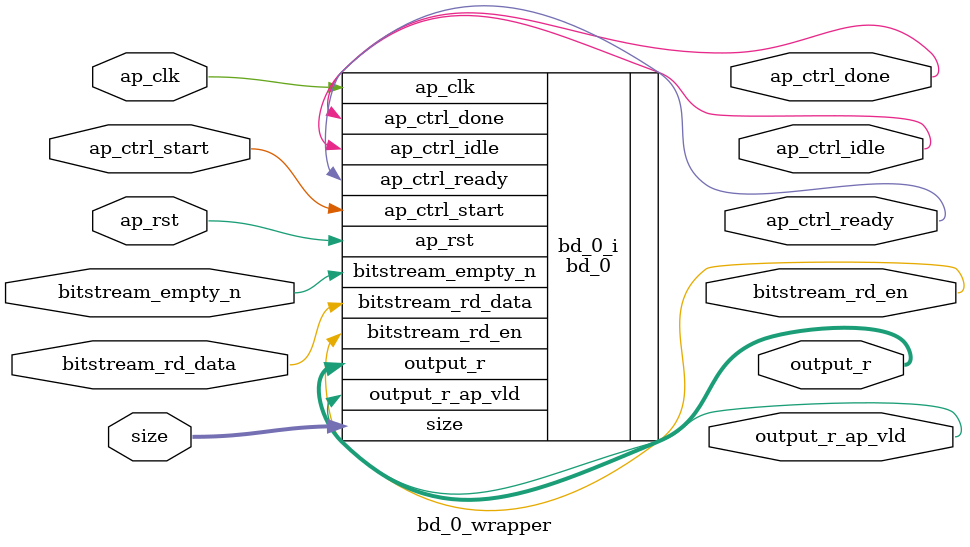
<source format=v>
`timescale 1 ps / 1 ps

module bd_0_wrapper
   (ap_clk,
    ap_ctrl_done,
    ap_ctrl_idle,
    ap_ctrl_ready,
    ap_ctrl_start,
    ap_rst,
    bitstream_empty_n,
    bitstream_rd_data,
    bitstream_rd_en,
    output_r,
    output_r_ap_vld,
    size);
  input ap_clk;
  output ap_ctrl_done;
  output ap_ctrl_idle;
  output ap_ctrl_ready;
  input ap_ctrl_start;
  input ap_rst;
  input bitstream_empty_n;
  input bitstream_rd_data;
  output bitstream_rd_en;
  output [511:0]output_r;
  output output_r_ap_vld;
  input [127:0]size;

  wire ap_clk;
  wire ap_ctrl_done;
  wire ap_ctrl_idle;
  wire ap_ctrl_ready;
  wire ap_ctrl_start;
  wire ap_rst;
  wire bitstream_empty_n;
  wire bitstream_rd_data;
  wire bitstream_rd_en;
  wire [511:0]output_r;
  wire output_r_ap_vld;
  wire [127:0]size;

  bd_0 bd_0_i
       (.ap_clk(ap_clk),
        .ap_ctrl_done(ap_ctrl_done),
        .ap_ctrl_idle(ap_ctrl_idle),
        .ap_ctrl_ready(ap_ctrl_ready),
        .ap_ctrl_start(ap_ctrl_start),
        .ap_rst(ap_rst),
        .bitstream_empty_n(bitstream_empty_n),
        .bitstream_rd_data(bitstream_rd_data),
        .bitstream_rd_en(bitstream_rd_en),
        .output_r(output_r),
        .output_r_ap_vld(output_r_ap_vld),
        .size(size));
endmodule

</source>
